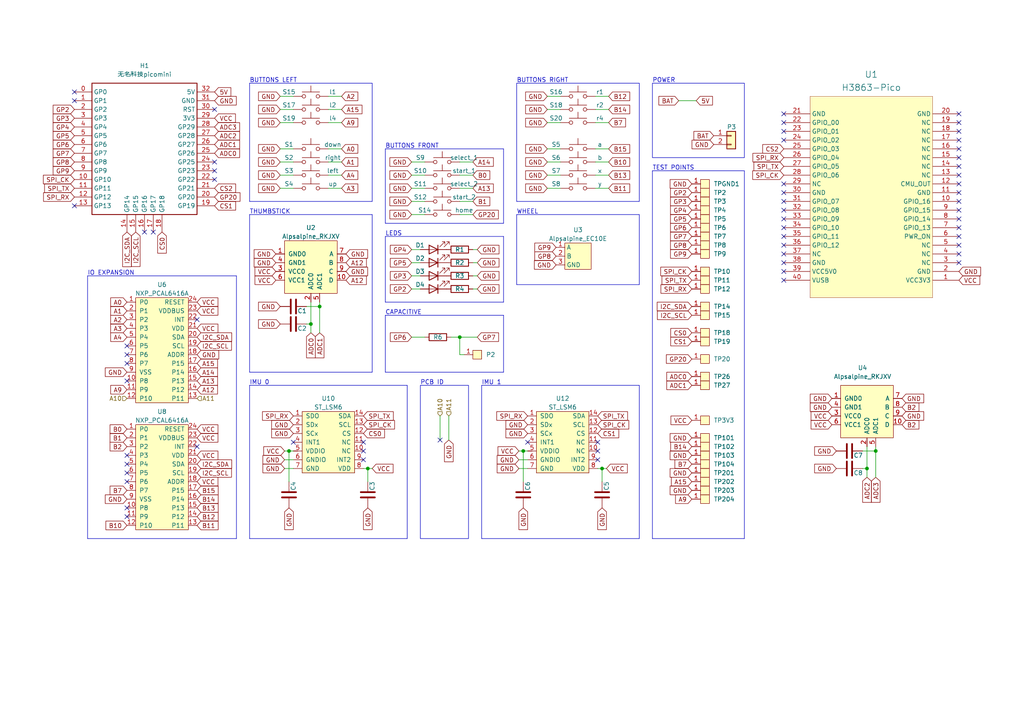
<source format=kicad_sch>
(kicad_sch (version 20231120) (generator "eeschema") (generator_version "8.0")
  (paper "A4")
  (title_block (title "Alpakka") (company "Input Labs Oy."))
  (lib_symbols
    (symbol "Connector_Generic:Conn_01x02" (pin_names (offset 1.016) hide)
      (property "Reference" "J" (at 0 2.54 0))
      (property "Value" "Conn_01x02" (at 0 -5.08 0))
      (symbol "Conn_01x02_1_1"
        (pin passive line (at -5.08 0 0) (length 3.81) (name "Pin_1") (number "1"))
        (pin passive line (at -5.08 -2.54 0) (length 3.81) (name "Pin_2") (number "2"))
      )
    )
    (symbol "Device:C" (pin_numbers hide) (pin_names (offset 0.254))
      (property "Reference" "C" (at 0.635 2.54 0))
      (property "Value" "C" (at 0.635 -2.54 0))
      (symbol "C_1_1"
        (pin passive line (at 0 3.81 270) (length 2.794) (name "~") (number "1"))
        (pin passive line (at 0 -3.81 90) (length 2.794) (name "~") (number "2"))
      )
    )
    (symbol "Device:LED" (pin_numbers hide) (pin_names (offset 1.016) hide)
      (property "Reference" "D" (at 0 2.54 0))
      (property "Value" "LED" (at 0 -2.54 0))
      (symbol "LED_1_1"
        (pin passive line (at -3.81 0 0) (length 2.54) (name "K") (number "1"))
        (pin passive line (at 3.81 0 180) (length 2.54) (name "A") (number "2"))
      )
    )
    (symbol "Device:R" (pin_numbers hide) (pin_names (offset 0))
      (property "Reference" "R" (at 2.032 0 90))
      (property "Value" "R" (at 0 0 90))
      (symbol "R_1_1"
        (pin passive line (at 0 3.81 270) (length 1.27) (name "~") (number "1"))
        (pin passive line (at 0 -3.81 90) (length 1.27) (name "~") (number "2"))
      )
    )
    (symbol "ILO_sym:Alpsalpine_EC10E"
      (property "Reference" "U" (at 0 7.62 0))
      (property "Value" "Alpsalpine_EC10E" (at 0 5.08 0))
      (symbol "Alpsalpine_EC10E_1_1"
        (pin input line (at -6.35 2.54 0) (length 2.54) (name "A") (number "1"))
        (pin input line (at -6.35 0 0) (length 2.54) (name "B") (number "2"))
        (pin input line (at -6.35 -2.54 0) (length 2.54) (name "GND") (number "3"))
      )
    )
    (symbol "ILO_sym:Alpsalpine_RKJXV" (pin_names (offset 1.016))
      (property "Reference" "U" (at 0 11.43 0))
      (property "Value" "Alpsalpine_RKJXV" (at 0 8.89 0))
      (symbol "Alpsalpine_RKJXV_1_1"
        (pin input line (at -10.16 3.81 0) (length 2.54) (name "GND0") (number "1"))
        (pin input line (at 10.16 -3.81 180) (length 2.54) (name "D") (number "10"))
        (pin output line (at 0 -10.16 90) (length 2.54) (name "ADC0") (number "2"))
        (pin input line (at -10.16 -1.27 0) (length 2.54) (name "VCC0") (number "3"))
        (pin input line (at -10.16 1.27 0) (length 2.54) (name "GND1") (number "4"))
        (pin output line (at 2.54 -10.16 90) (length 2.54) (name "ADC1") (number "5"))
        (pin input line (at -10.16 -3.81 0) (length 2.54) (name "VCC1") (number "6"))
        (pin input line (at 10.16 3.81 180) (length 2.54) (name "A") (number "7"))
        (pin input line (at 10.16 1.27 180) (length 2.54) (name "B") (number "8"))
        (pin input line (at 10.16 -1.27 180) (length 2.54) (name "C") (number "9"))
      )
    )
    (symbol "ILO_sym:Endpoint" (pin_names (offset 1.016))
      (property "Reference" "U" (at 0 3.81 0))
      (property "Value" "Endpoint" (at 0 2.54 0))
      (symbol "Endpoint_1_1"
        (pin input line (at -3.81 0 0) (length 2.54) (name "~") (number "1"))
      )
    )
    (symbol "ILO_sym:NXP_PCAL6416A" (pin_names (offset 1.016))
      (property "Reference" "U" (at 0 11.43 0))
      (property "Value" "NXP_PCAL6416A" (at 0 13.97 0))
      (symbol "NXP_PCAL6416A_1_1"
        (pin input line (at -10.16 8.89 0) (length 2.54) (name "P0") (number "1"))
        (pin input line (at -10.16 -13.97 0) (length 2.54) (name "P8") (number "10"))
        (pin input line (at -10.16 -16.51 0) (length 2.54) (name "P9") (number "11"))
        (pin input line (at -10.16 -19.05 0) (length 2.54) (name "P10") (number "12"))
        (pin input line (at 10.16 -19.05 180) (length 2.54) (name "P11") (number "13"))
        (pin input line (at 10.16 -16.51 180) (length 2.54) (name "P12") (number "14"))
        (pin input line (at 10.16 -13.97 180) (length 2.54) (name "P13") (number "15"))
        (pin input line (at 10.16 -11.43 180) (length 2.54) (name "P14") (number "16"))
        (pin input line (at 10.16 -8.89 180) (length 2.54) (name "P15") (number "17"))
        (pin input line (at 10.16 -6.35 180) (length 2.54) (name "ADDR") (number "18"))
        (pin input line (at 10.16 -3.81 180) (length 2.54) (name "SCL") (number "19"))
        (pin input line (at -10.16 6.35 0) (length 2.54) (name "P1") (number "2"))
        (pin input line (at 10.16 -1.27 180) (length 2.54) (name "SDA") (number "20"))
        (pin input line (at 10.16 1.27 180) (length 2.54) (name "VDD") (number "21"))
        (pin input line (at 10.16 3.81 180) (length 2.54) (name "INT") (number "22"))
        (pin input line (at 10.16 6.35 180) (length 2.54) (name "VDDBUS") (number "23"))
        (pin input line (at 10.16 8.89 180) (length 2.54) (name "RESET") (number "24"))
        (pin input line (at -10.16 3.81 0) (length 2.54) (name "P2") (number "3"))
        (pin input line (at -10.16 1.27 0) (length 2.54) (name "P3") (number "4"))
        (pin input line (at -10.16 -1.27 0) (length 2.54) (name "P4") (number "5"))
        (pin input line (at -10.16 -3.81 0) (length 2.54) (name "P5") (number "6"))
        (pin input line (at -10.16 -6.35 0) (length 2.54) (name "P6") (number "7"))
        (pin input line (at -10.16 -8.89 0) (length 2.54) (name "P7") (number "8"))
        (pin input line (at -10.16 -11.43 0) (length 2.54) (name "VSS") (number "9"))
      )
    )
    (symbol "ILO_sym:ST_LSM6" (pin_names (offset 1.016))
      (property "Reference" "U" (at 0 10.16 0))
      (property "Value" "ST_LSM6" (at 0 7.62 0))
      (symbol "ST_LSM6_1_1"
        (pin bidirectional line (at -10.16 3.81 0) (length 2.54) (name "SDO") (number "1"))
        (pin bidirectional line (at 10.16 -6.35 180) (length 2.54) (name "NC") (number "10"))
        (pin bidirectional line (at 10.16 -3.81 180) (length 2.54) (name "NC") (number "11"))
        (pin bidirectional line (at 10.16 -1.27 180) (length 2.54) (name "CS") (number "12"))
        (pin bidirectional line (at 10.16 1.27 180) (length 2.54) (name "SCL") (number "13"))
        (pin bidirectional line (at 10.16 3.81 180) (length 2.54) (name "SDA") (number "14"))
        (pin bidirectional line (at -10.16 1.27 0) (length 2.54) (name "SDx") (number "2"))
        (pin bidirectional line (at -10.16 -1.27 0) (length 2.54) (name "SCx") (number "3"))
        (pin bidirectional line (at -10.16 -3.81 0) (length 2.54) (name "INT1") (number "4"))
        (pin bidirectional line (at -10.16 -6.35 0) (length 2.54) (name "VDDIO") (number "5"))
        (pin bidirectional line (at -10.16 -8.89 0) (length 2.54) (name "GNDIO") (number "6"))
        (pin bidirectional line (at -10.16 -11.43 0) (length 2.54) (name "GND") (number "7"))
        (pin bidirectional line (at 10.16 -11.43 180) (length 2.54) (name "VDD") (number "8"))
        (pin bidirectional line (at 10.16 -8.89 180) (length 2.54) (name "INT2") (number "9"))
      )
    )
    (symbol "Longmao_sym:h3863_pico"
      (property "Reference" "U" (at -1.27 1.27 0))
      (property "Value" "H3863-Pico" (at -7.874 -31.242 0))
      (symbol "h3863_pico_1_0"
        (pin passive line (at 25.4 -22.86 180) (length 7.62) (name "VCC3V3") (number "1"))
        (pin passive line (at 25.4 0 180) (length 7.62) (name "GPIO_16") (number "10"))
        (pin passive line (at 25.4 2.54 180) (length 7.62) (name "GND") (number "11"))
        (pin passive line (at 25.4 5.08 180) (length 7.62) (name "CMU_OUT") (number "12"))
        (pin passive line (at 25.4 7.62 180) (length 7.62) (name "NC") (number "13"))
        (pin passive line (at 25.4 10.16 180) (length 7.62) (name "NC") (number "14"))
        (pin passive line (at 25.4 12.7 180) (length 7.62) (name "NC") (number "15"))
        (pin passive line (at 25.4 15.24 180) (length 7.62) (name "NC") (number "16"))
        (pin passive line (at 25.4 17.78 180) (length 7.62) (name "NC") (number "17"))
        (pin passive line (at 25.4 20.32 180) (length 7.62) (name "NC") (number "18"))
        (pin passive line (at 25.4 22.86 180) (length 7.62) (name "NC") (number "19"))
        (pin passive line (at 25.4 -20.32 180) (length 7.62) (name "GND") (number "2"))
        (pin passive line (at 25.4 25.4 180) (length 7.62) (name "GND") (number "20"))
        (pin passive line (at -25.4 25.4 0) (length 7.62) (name "GND") (number "21"))
        (pin passive line (at -25.4 22.86 0) (length 7.62) (name "GPIO_00") (number "22"))
        (pin passive line (at -25.4 20.32 0) (length 7.62) (name "GPIO_01") (number "23"))
        (pin passive line (at -25.4 17.78 0) (length 7.62) (name "GPIO_02") (number "24"))
        (pin passive line (at -25.4 15.24 0) (length 7.62) (name "GPIO_03") (number "25"))
        (pin passive line (at -25.4 12.7 0) (length 7.62) (name "GPIO_04") (number "26"))
        (pin passive line (at -25.4 10.16 0) (length 7.62) (name "GPIO_05") (number "27"))
        (pin passive line (at -25.4 7.62 0) (length 7.62) (name "GPIO_06") (number "28"))
        (pin passive line (at -25.4 5.08 0) (length 7.62) (name "NC") (number "29"))
        (pin passive line (at 25.4 -17.78 180) (length 7.62) (name "NC") (number "3"))
        (pin passive line (at -25.4 2.54 0) (length 7.62) (name "GND") (number "30"))
        (pin passive line (at -25.4 0 0) (length 7.62) (name "GPIO_07") (number "31"))
        (pin passive line (at -25.4 -2.54 0) (length 7.62) (name "GPIO_08") (number "32"))
        (pin passive line (at -25.4 -5.08 0) (length 7.62) (name "GPIO_09") (number "33"))
        (pin passive line (at -25.4 -7.62 0) (length 7.62) (name "GPIO_10") (number "34"))
        (pin passive line (at -25.4 -10.16 0) (length 7.62) (name "GPIO_11") (number "35"))
        (pin passive line (at -25.4 -12.7 0) (length 7.62) (name "GPIO_12") (number "36"))
        (pin passive line (at -25.4 -15.24 0) (length 7.62) (name "NC") (number "37"))
        (pin passive line (at -25.4 -17.78 0) (length 7.62) (name "GND") (number "38"))
        (pin passive line (at -25.4 -20.32 0) (length 7.62) (name "VCC5V0") (number "39"))
        (pin passive line (at 25.4 -15.24 180) (length 7.62) (name "NC") (number "4"))
        (pin passive line (at -25.4 -22.86 0) (length 7.62) (name "VUSB") (number "40"))
        (pin passive line (at 25.4 -12.7 180) (length 7.62) (name "NC") (number "5"))
        (pin passive line (at 25.4 -10.16 180) (length 7.62) (name "PWR_ON") (number "6"))
        (pin passive line (at 25.4 -7.62 180) (length 7.62) (name "GPIO_13") (number "7"))
        (pin passive line (at 25.4 -5.08 180) (length 7.62) (name "GPIO_14") (number "8"))
        (pin passive line (at 25.4 -2.54 180) (length 7.62) (name "GPIO_15") (number "9"))
      )
    )
    (symbol "Longmao_sym:无名科技picomini"
      (property "Reference" "H?" (at 0 0 0))
      (property "Value" "无名科技picomini" (at 0 0 0))
      (symbol "无名科技picomini_0_0"
        (pin unspecified line (at -17.78 40.64 0) (length 5.08) (name "GP0") (number "0"))
        (pin unspecified line (at -17.78 38.1 0) (length 5.08) (name "GP1") (number "1"))
        (pin unspecified line (at -17.78 15.24 0) (length 5.08) (name "GP10") (number "10"))
        (pin unspecified line (at -17.78 12.7 0) (length 5.08) (name "GP11") (number "11"))
        (pin unspecified line (at -17.78 10.16 0) (length 5.08) (name "GP12") (number "12"))
        (pin unspecified line (at -17.78 7.62 0) (length 5.08) (name "GP13") (number "13"))
        (pin unspecified line (at -2.54 0 90) (length 5.08) (name "GP14") (number "14"))
        (pin unspecified line (at 0 0 90) (length 5.08) (name "GP15") (number "15"))
        (pin unspecified line (at 2.54 0 90) (length 5.08) (name "GP16") (number "16"))
        (pin unspecified line (at 5.08 0 90) (length 5.08) (name "GP17") (number "17"))
        (pin unspecified line (at 7.62 0 90) (length 5.08) (name "GP18") (number "18"))
        (pin unspecified line (at 22.86 7.62 180) (length 5.08) (name "GP19") (number "19"))
        (pin unspecified line (at -17.78 35.56 0) (length 5.08) (name "GP2") (number "2"))
        (pin unspecified line (at 22.86 10.16 180) (length 5.08) (name "GP20") (number "20"))
        (pin unspecified line (at 22.86 12.7 180) (length 5.08) (name "GP21") (number "21"))
        (pin unspecified line (at 22.86 15.24 180) (length 5.08) (name "GP22") (number "22"))
        (pin unspecified line (at 22.86 17.78 180) (length 5.08) (name "GP23") (number "23"))
        (pin unspecified line (at 22.86 20.32 180) (length 5.08) (name "GP25") (number "24"))
        (pin unspecified line (at 22.86 22.86 180) (length 5.08) (name "GP26") (number "25"))
        (pin unspecified line (at 22.86 25.4 180) (length 5.08) (name "GP27") (number "26"))
        (pin unspecified line (at 22.86 27.94 180) (length 5.08) (name "GP28") (number "27"))
        (pin unspecified line (at 22.86 30.48 180) (length 5.08) (name "GP29") (number "28"))
        (pin unspecified line (at 22.86 33.02 180) (length 5.08) (name "3V3") (number "29"))
        (pin unspecified line (at -17.78 33.02 0) (length 5.08) (name "GP3") (number "3"))
        (pin unspecified line (at 22.86 35.56 180) (length 5.08) (name "RST") (number "30"))
        (pin unspecified line (at 22.86 38.1 180) (length 5.08) (name "GND") (number "31"))
        (pin unspecified line (at 22.86 40.64 180) (length 5.08) (name "5V") (number "32"))
        (pin unspecified line (at -17.78 30.48 0) (length 5.08) (name "GP4") (number "4"))
        (pin unspecified line (at -17.78 27.94 0) (length 5.08) (name "GP5") (number "5"))
        (pin unspecified line (at -17.78 25.4 0) (length 5.08) (name "GP6") (number "6"))
        (pin unspecified line (at -17.78 22.86 0) (length 5.08) (name "GP7") (number "7"))
        (pin unspecified line (at -17.78 20.32 0) (length 5.08) (name "GP8") (number "8"))
        (pin unspecified line (at -17.78 17.78 0) (length 5.08) (name "GP9") (number "9"))
      )
    )
    (symbol "Switch:SW_Push" (pin_numbers hide) (pin_names (offset 1.016) hide)
      (property "Reference" "SW" (at 1.27 2.54 0))
      (property "Value" "SW_Push" (at 0 -1.524 0))
      (symbol "SW_Push_0_1"
        (pin passive line (at -5.08 0 0) (length 2.54) (name "1") (number "1"))
        (pin passive line (at 5.08 0 180) (length 2.54) (name "2") (number "2"))
      )
    )
  )
  (junction (at 90.17 93.98))
  (junction (at 251.46 135.89))
  (junction (at 106.68 135.89))
  (junction (at 174.625 135.89))
  (junction (at 83.82 130.81))
  (junction (at 92.71 88.9))
  (junction (at 133.35 97.79))
  (junction (at 151.765 130.81))
  (junction (at 254 130.81))
  (no_connect (at 227.33 58.42))
  (no_connect (at 21.59 26.67))
  (no_connect (at 36.83 137.16))
  (no_connect (at 62.23 49.53))
  (no_connect (at 227.33 78.74))
  (no_connect (at 36.83 132.08))
  (no_connect (at 227.33 68.58))
  (no_connect (at 21.59 59.69))
  (no_connect (at 36.83 134.62))
  (no_connect (at 227.33 60.96))
  (no_connect (at 227.33 81.28))
  (no_connect (at 36.83 147.32))
  (no_connect (at 41.91 67.31))
  (no_connect (at 36.83 139.7))
  (no_connect (at 36.83 110.49))
  (no_connect (at 85.09 128.27))
  (no_connect (at 153.035 128.27))
  (no_connect (at 227.33 38.1))
  (no_connect (at 227.33 55.88))
  (no_connect (at 278.13 71.12))
  (no_connect (at 227.33 53.34))
  (no_connect (at 44.45 67.31))
  (no_connect (at 227.33 33.02))
  (no_connect (at 127.635 127.635))
  (no_connect (at 62.23 46.99))
  (no_connect (at 227.33 66.04))
  (no_connect (at 278.13 63.5))
  (no_connect (at 278.13 73.66))
  (no_connect (at 57.15 129.54))
  (no_connect (at 173.355 133.35))
  (no_connect (at 173.355 128.27))
  (no_connect (at 227.33 40.64))
  (no_connect (at 36.83 102.87))
  (no_connect (at 278.13 66.04))
  (no_connect (at 278.13 60.96))
  (no_connect (at 105.41 133.35))
  (no_connect (at 278.13 55.88))
  (no_connect (at 36.83 100.33))
  (no_connect (at 278.13 35.56))
  (no_connect (at 278.13 38.1))
  (no_connect (at 62.23 31.75))
  (no_connect (at 105.41 130.81))
  (no_connect (at 62.23 52.07))
  (no_connect (at 57.15 92.71))
  (no_connect (at 36.83 149.86))
  (no_connect (at 278.13 76.2))
  (no_connect (at 278.13 43.18))
  (no_connect (at 36.83 105.41))
  (no_connect (at 278.13 48.26))
  (no_connect (at 173.355 130.81))
  (no_connect (at 227.33 76.2))
  (no_connect (at 227.33 63.5))
  (no_connect (at 278.13 33.02))
  (no_connect (at 278.13 45.72))
  (no_connect (at 227.33 73.66))
  (no_connect (at 278.13 50.8))
  (no_connect (at 278.13 58.42))
  (no_connect (at 278.13 68.58))
  (no_connect (at 105.41 128.27))
  (no_connect (at 227.33 71.12))
  (no_connect (at 227.33 35.56))
  (no_connect (at 278.13 40.64))
  (no_connect (at 278.13 53.34))
  (no_connect (at 21.59 29.21))
  (wire (pts (xy 172.72 27.94) (xy 176.53 27.94)))
  (wire (pts (xy 82.55 133.35) (xy 85.09 133.35)))
  (polyline (pts (xy 111.76 68.58) (xy 146.05 68.58)))
  (polyline (pts (xy 72.39 111.76) (xy 118.11 111.76)))
  (polyline (pts (xy 111.76 87.63) (xy 146.05 87.63)))
  (wire (pts (xy 153.035 130.81) (xy 151.765 130.81)))
  (wire (pts (xy 158.75 50.8) (xy 162.56 50.8)))
  (wire (pts (xy 81.28 31.75) (xy 85.09 31.75)))
  (wire (pts (xy 83.82 130.81) (xy 82.55 130.81)))
  (wire (pts (xy 138.43 76.2) (xy 137.16 76.2)))
  (wire (pts (xy 81.28 46.99) (xy 85.09 46.99)))
  (wire (pts (xy 133.35 62.23) (xy 137.16 62.23)))
  (polyline (pts (xy 189.23 156.21) (xy 215.9 156.21)))
  (wire (pts (xy 250.19 130.81) (xy 254 130.81)))
  (wire (pts (xy 119.38 58.42) (xy 123.19 58.42)))
  (wire (pts (xy 254 130.81) (xy 254 138.43)))
  (wire (pts (xy 81.28 27.94) (xy 85.09 27.94)))
  (polyline (pts (xy 107.95 62.23) (xy 107.95 107.95)))
  (polyline (pts (xy 146.05 64.77) (xy 111.76 64.77)))
  (polyline (pts (xy 185.42 62.23) (xy 149.86 62.23)))
  (wire (pts (xy 172.72 46.99) (xy 176.53 46.99)))
  (wire (pts (xy 92.71 88.9) (xy 92.71 96.52)))
  (wire (pts (xy 95.25 35.56) (xy 99.06 35.56)))
  (polyline (pts (xy 118.11 111.76) (xy 118.11 156.21)))
  (wire (pts (xy 172.72 43.18) (xy 176.53 43.18)))
  (polyline (pts (xy 68.58 156.21) (xy 25.4 156.21)))
  (polyline (pts (xy 25.4 80.01) (xy 25.4 156.21)))
  (polyline (pts (xy 118.11 156.21) (xy 72.39 156.21)))
  (polyline (pts (xy 72.39 62.23) (xy 72.39 107.95)))
  (wire (pts (xy 254 129.54) (xy 254 130.81)))
  (wire (pts (xy 133.35 58.42) (xy 137.16 58.42)))
  (wire (pts (xy 88.9 88.9) (xy 92.71 88.9)))
  (wire (pts (xy 95.25 46.99) (xy 99.06 46.99)))
  (wire (pts (xy 90.17 87.63) (xy 90.17 93.98)))
  (wire (pts (xy 138.43 72.39) (xy 137.16 72.39)))
  (polyline (pts (xy 189.23 49.53) (xy 215.9 49.53)))
  (wire (pts (xy 130.81 97.79) (xy 133.35 97.79)))
  (wire (pts (xy 133.35 102.87) (xy 134.62 102.87)))
  (wire (pts (xy 127.635 120.65) (xy 127.635 127.635)))
  (polyline (pts (xy 107.95 58.42) (xy 107.95 24.13)))
  (wire (pts (xy 150.495 133.35) (xy 153.035 133.35)))
  (wire (pts (xy 85.09 130.81) (xy 83.82 130.81)))
  (wire (pts (xy 133.35 97.79) (xy 133.35 102.87)))
  (wire (pts (xy 174.625 135.89) (xy 174.625 139.7)))
  (wire (pts (xy 172.72 35.56) (xy 176.53 35.56)))
  (wire (pts (xy 105.41 135.89) (xy 106.68 135.89)))
  (wire (pts (xy 133.35 46.99) (xy 137.16 46.99)))
  (wire (pts (xy 174.625 135.89) (xy 175.895 135.89)))
  (polyline (pts (xy 111.76 107.95) (xy 146.05 107.95)))
  (wire (pts (xy 133.35 50.8) (xy 137.16 50.8)))
  (wire (pts (xy 158.75 31.75) (xy 162.56 31.75)))
  (polyline (pts (xy 185.42 82.55) (xy 185.42 62.23)))
  (wire (pts (xy 150.495 135.89) (xy 153.035 135.89)))
  (polyline (pts (xy 107.95 24.13) (xy 72.39 24.13)))
  (wire (pts (xy 158.75 35.56) (xy 162.56 35.56)))
  (wire (pts (xy 95.25 43.18) (xy 99.06 43.18)))
  (wire (pts (xy 251.46 135.89) (xy 250.19 135.89)))
  (wire (pts (xy 172.72 50.8) (xy 176.53 50.8)))
  (polyline (pts (xy 146.05 91.44) (xy 111.76 91.44)))
  (wire (pts (xy 95.25 54.61) (xy 99.06 54.61)))
  (wire (pts (xy 90.17 93.98) (xy 90.17 96.52)))
  (wire (pts (xy 119.38 80.01) (xy 121.92 80.01)))
  (wire (pts (xy 119.38 97.79) (xy 123.19 97.79)))
  (polyline (pts (xy 185.42 156.21) (xy 139.7 156.21)))
  (wire (pts (xy 119.38 62.23) (xy 123.19 62.23)))
  (wire (pts (xy 119.38 72.39) (xy 121.92 72.39)))
  (wire (pts (xy 133.35 54.61) (xy 137.16 54.61)))
  (polyline (pts (xy 25.4 80.01) (xy 68.58 80.01)))
  (wire (pts (xy 81.28 43.18) (xy 85.09 43.18)))
  (wire (pts (xy 251.46 135.89) (xy 251.46 138.43)))
  (wire (pts (xy 196.85 29.21) (xy 201.93 29.21)))
  (wire (pts (xy 81.28 54.61) (xy 85.09 54.61)))
  (wire (pts (xy 82.55 135.89) (xy 85.09 135.89)))
  (wire (pts (xy 119.38 46.99) (xy 123.19 46.99)))
  (polyline (pts (xy 185.42 24.13) (xy 149.86 24.13)))
  (polyline (pts (xy 139.7 111.76) (xy 139.7 156.21)))
  (polyline (pts (xy 149.86 24.13) (xy 149.86 58.42)))
  (wire (pts (xy 95.25 27.94) (xy 99.06 27.94)))
  (wire (pts (xy 106.68 135.89) (xy 107.95 135.89)))
  (polyline (pts (xy 149.86 82.55) (xy 185.42 82.55)))
  (wire (pts (xy 106.68 135.89) (xy 106.68 139.7)))
  (wire (pts (xy 251.46 129.54) (xy 251.46 135.89)))
  (wire (pts (xy 173.355 135.89) (xy 174.625 135.89)))
  (wire (pts (xy 158.75 46.99) (xy 162.56 46.99)))
  (wire (pts (xy 119.38 54.61) (xy 123.19 54.61)))
  (polyline (pts (xy 72.39 58.42) (xy 107.95 58.42)))
  (polyline (pts (xy 185.42 58.42) (xy 185.42 24.13)))
  (wire (pts (xy 119.38 50.8) (xy 123.19 50.8)))
  (wire (pts (xy 95.25 50.8) (xy 99.06 50.8)))
  (polyline (pts (xy 72.39 111.76) (xy 72.39 156.21)))
  (polyline (pts (xy 111.76 68.58) (xy 111.76 87.63)))
  (wire (pts (xy 81.28 50.8) (xy 85.09 50.8)))
  (wire (pts (xy 151.765 130.81) (xy 150.495 130.81)))
  (wire (pts (xy 158.75 54.61) (xy 162.56 54.61)))
  (wire (pts (xy 138.43 80.01) (xy 137.16 80.01)))
  (wire (pts (xy 81.28 35.56) (xy 85.09 35.56)))
  (polyline (pts (xy 111.76 91.44) (xy 111.76 107.95)))
  (polyline (pts (xy 146.05 107.95) (xy 146.05 91.44)))
  (wire (pts (xy 172.72 54.61) (xy 176.53 54.61)))
  (polyline (pts (xy 146.05 43.18) (xy 146.05 64.77)))
  (wire (pts (xy 158.75 27.94) (xy 162.56 27.94)))
  (polyline (pts (xy 149.86 62.23) (xy 149.86 82.55)))
  (wire (pts (xy 133.35 97.79) (xy 138.43 97.79)))
  (polyline (pts (xy 111.76 43.18) (xy 146.05 43.18)))
  (polyline (pts (xy 111.76 43.18) (xy 111.76 64.77)))
  (polyline (pts (xy 215.9 156.21) (xy 215.9 49.53)))
  (polyline (pts (xy 146.05 87.63) (xy 146.05 68.58)))
  (polyline (pts (xy 72.39 62.23) (xy 107.95 62.23)))
  (wire (pts (xy 130.175 120.65) (xy 130.175 127.635)))
  (wire (pts (xy 158.75 43.18) (xy 162.56 43.18)))
  (wire (pts (xy 119.38 76.2) (xy 121.92 76.2)))
  (wire (pts (xy 172.72 31.75) (xy 176.53 31.75)))
  (wire (pts (xy 95.25 31.75) (xy 99.06 31.75)))
  (polyline (pts (xy 68.58 80.01) (xy 68.58 156.21)))
  (polyline (pts (xy 72.39 24.13) (xy 72.39 58.42)))
  (wire (pts (xy 119.38 83.82) (xy 121.92 83.82)))
  (wire (pts (xy 151.765 139.7) (xy 151.765 130.81)))
  (polyline (pts (xy 189.23 49.53) (xy 189.23 156.21)))
  (polyline (pts (xy 185.42 111.76) (xy 185.42 156.21)))
  (wire (pts (xy 138.43 83.82) (xy 137.16 83.82)))
  (wire (pts (xy 92.71 87.63) (xy 92.71 88.9)))
  (wire (pts (xy 90.17 93.98) (xy 88.9 93.98)))
  (polyline (pts (xy 107.95 107.95) (xy 72.39 107.95)))
  (polyline (pts (xy 139.7 111.76) (xy 185.42 111.76)))
  (wire (pts (xy 83.82 139.7) (xy 83.82 130.81)))
  (polyline (pts (xy 149.86 58.42) (xy 185.42 58.42)))
  (rectangle (start 189.23 24.13) (end 215.9 45.72))
  (rectangle (start 121.92 111.76) (end 135.89 156.21))
  (text "WHEEL\n" (at 149.86 62.23 0) (effects (font (size 1.27 1.27)) (justify left bottom)))
  (text "THUMBSTICK" (at 72.39 62.23 0) (effects (font (size 1.27 1.27)) (justify left bottom)))
  (text "IMU 0" (at 72.39 111.76 0) (effects (font (size 1.27 1.27)) (justify left bottom)))
  (text "PCB ID" (at 121.92 111.76 0) (effects (font (size 1.27 1.27)) (justify left bottom)))
  (text "IMU 1" (at 139.7 111.76 0) (effects (font (size 1.27 1.27)) (justify left bottom)))
  (text "BUTTONS FRONT" (at 111.76 43.18 0) (effects (font (size 1.27 1.27)) (justify left bottom)))
  (text "TEST POINTS" (at 189.23 49.53 0) (effects (font (size 1.27 1.27)) (justify left bottom)))
  (text "CAPACITIVE" (at 111.76 91.44 0) (effects (font (size 1.27 1.27)) (justify left bottom)))
  (text "IO EXPANSION" (at 25.4 80.01 0) (effects (font (size 1.27 1.27)) (justify left bottom)))
  (text "LEDS" (at 111.76 68.58 0) (effects (font (size 1.27 1.27)) (justify left bottom)))
  (text "BUTTONS LEFT" (at 72.39 24.13 0) (effects (font (size 1.27 1.27)) (justify left bottom)))
  (text "BUTTONS RIGHT" (at 149.86 24.13 0) (effects (font (size 1.27 1.27)) (justify left bottom)))
  (text "POWER" (at 189.23 24.13 0) (effects (font (size 1.27 1.27)) (justify left bottom)))
  (global_label "B0" (shape input) (at 137.16 50.8 0) (property "Intersheetrefs" "${INTERSHEET_REFS}" (effects (hide yes))))
  (global_label "B2" (shape input) (at 261.62 123.19 0) (property "Intersheetrefs" "${INTERSHEET_REFS}" (effects (hide yes))))
  (global_label "I2C_SCL" (shape input) (at 57.15 100.33 0) (property "Intersheetrefs" "${INTERSHEET_REFS}" (effects (hide yes))))
  (global_label "VCC" (shape input) (at 82.55 130.81 180) (property "Intersheetrefs" "${INTERSHEET_REFS}" (effects (hide yes))))
  (global_label "B12" (shape input) (at 176.53 27.94 0) (property "Intersheetrefs" "${INTERSHEET_REFS}" (effects (hide yes))))
  (global_label "GND" (shape input) (at 200.66 127 180) (property "Intersheetrefs" "${INTERSHEET_REFS}" (effects (hide yes))))
  (global_label "GND" (shape input) (at 82.55 135.89 180) (property "Intersheetrefs" "${INTERSHEET_REFS}" (effects (hide yes))))
  (global_label "GND" (shape input) (at 241.3 118.11 180) (property "Intersheetrefs" "${INTERSHEET_REFS}" (effects (hide yes))))
  (global_label "GND" (shape input) (at 80.01 76.2 180) (property "Intersheetrefs" "${INTERSHEET_REFS}" (effects (hide yes))))
  (global_label "GND" (shape input) (at 100.33 73.66 0) (property "Intersheetrefs" "${INTERSHEET_REFS}" (effects (hide yes))))
  (global_label "B14" (shape input) (at 200.66 129.54 180) (property "Intersheetrefs" "${INTERSHEET_REFS}" (effects (hide yes))))
  (global_label "GND" (shape input) (at 200.66 53.34 180) (property "Intersheetrefs" "${INTERSHEET_REFS}" (effects (hide yes))))
  (global_label "SPI_RX" (shape input) (at 200.66 83.82 180) (property "Intersheetrefs" "${INTERSHEET_REFS}" (effects (hide yes))))
  (global_label "GND" (shape input) (at 200.66 142.24 180) (property "Intersheetrefs" "${INTERSHEET_REFS}" (effects (hide yes))))
  (global_label "BAT" (shape input) (at 207.01 39.37 180) (property "Intersheetrefs" "${INTERSHEET_REFS}" (effects (hide yes))))
  (global_label "I2C_SCL" (shape input) (at 39.37 67.31 270) (property "Intersheetrefs" "${INTERSHEET_REFS}" (effects (hide yes))))
  (global_label "A15" (shape input) (at 57.15 105.41 0) (property "Intersheetrefs" "${INTERSHEET_REFS}" (effects (hide yes))))
  (global_label "A14" (shape input) (at 57.15 107.95 0) (property "Intersheetrefs" "${INTERSHEET_REFS}" (effects (hide yes))))
  (global_label "ADC0" (shape input) (at 200.66 109.22 180) (property "Intersheetrefs" "${INTERSHEET_REFS}" (effects (hide yes))))
  (global_label "GND" (shape input) (at 158.75 27.94 180) (property "Intersheetrefs" "${INTERSHEET_REFS}" (effects (hide yes))))
  (global_label "GP6" (shape input) (at 200.66 66.04 180) (property "Intersheetrefs" "${INTERSHEET_REFS}" (effects (hide yes))))
  (global_label "VCC" (shape input) (at 175.895 135.89 0) (property "Intersheetrefs" "${INTERSHEET_REFS}" (effects (hide yes))))
  (global_label "I2C_SDA" (shape input) (at 57.15 134.62 0) (property "Intersheetrefs" "${INTERSHEET_REFS}" (effects (hide yes))))
  (global_label "GND" (shape input) (at 138.43 72.39 0) (property "Intersheetrefs" "${INTERSHEET_REFS}" (effects (hide yes))))
  (global_label "A4" (shape input) (at 99.06 50.8 0) (property "Intersheetrefs" "${INTERSHEET_REFS}" (effects (hide yes))))
  (global_label "SPI_RX" (shape input) (at 153.035 120.65 180) (property "Intersheetrefs" "${INTERSHEET_REFS}" (effects (hide yes))))
  (global_label "A4" (shape input) (at 36.83 97.79 180) (property "Intersheetrefs" "${INTERSHEET_REFS}" (effects (hide yes))))
  (global_label "VCC" (shape input) (at 57.15 132.08 0) (property "Intersheetrefs" "${INTERSHEET_REFS}" (effects (hide yes))))
  (global_label "GND" (shape input) (at 119.38 46.99 180) (property "Intersheetrefs" "${INTERSHEET_REFS}" (effects (hide yes))))
  (global_label "GND" (shape input) (at 119.38 62.23 180) (property "Intersheetrefs" "${INTERSHEET_REFS}" (effects (hide yes))))
  (global_label "SPI_CK" (shape input) (at 105.41 123.19 0) (property "Intersheetrefs" "${INTERSHEET_REFS}" (effects (hide yes))))
  (global_label "GND" (shape input) (at 278.13 78.74 0) (property "Intersheetrefs" "${INTERSHEET_REFS}" (effects (hide yes))))
  (global_label "GP8" (shape input) (at 200.66 71.12 180) (property "Intersheetrefs" "${INTERSHEET_REFS}" (effects (hide yes))))
  (global_label "GND" (shape input) (at 80.01 73.66 180) (property "Intersheetrefs" "${INTERSHEET_REFS}" (effects (hide yes))))
  (global_label "A9" (shape input) (at 200.66 144.78 180) (property "Intersheetrefs" "${INTERSHEET_REFS}" (effects (hide yes))))
  (global_label "5V" (shape input) (at 201.93 29.21 0) (property "Intersheetrefs" "${INTERSHEET_REFS}" (effects (hide yes))))
  (global_label "I2C_SDA" (shape input) (at 57.15 97.79 0) (property "Intersheetrefs" "${INTERSHEET_REFS}" (effects (hide yes))))
  (global_label "GND" (shape input) (at 150.495 135.89 180) (property "Intersheetrefs" "${INTERSHEET_REFS}" (effects (hide yes))))
  (global_label "GP3" (shape input) (at 200.66 58.42 180) (property "Intersheetrefs" "${INTERSHEET_REFS}" (effects (hide yes))))
  (global_label "GND" (shape input) (at 100.33 78.74 0) (property "Intersheetrefs" "${INTERSHEET_REFS}" (effects (hide yes))))
  (global_label "VCC" (shape input) (at 57.15 139.7 0) (property "Intersheetrefs" "${INTERSHEET_REFS}" (effects (hide yes))))
  (global_label "ADC3" (shape input) (at 254 138.43 270) (property "Intersheetrefs" "${INTERSHEET_REFS}" (effects (hide yes))))
  (global_label "B11" (shape input) (at 57.15 152.4 0) (property "Intersheetrefs" "${INTERSHEET_REFS}" (effects (hide yes))))
  (global_label "VCC" (shape input) (at 57.15 90.17 0) (property "Intersheetrefs" "${INTERSHEET_REFS}" (effects (hide yes))))
  (global_label "GND" (shape input) (at 81.28 31.75 180) (property "Intersheetrefs" "${INTERSHEET_REFS}" (effects (hide yes))))
  (global_label "GND" (shape input) (at 241.3 115.57 180) (property "Intersheetrefs" "${INTERSHEET_REFS}" (effects (hide yes))))
  (global_label "B1" (shape input) (at 137.16 58.42 0) (property "Intersheetrefs" "${INTERSHEET_REFS}" (effects (hide yes))))
  (global_label "GP2" (shape input) (at 119.38 83.82 180) (property "Intersheetrefs" "${INTERSHEET_REFS}" (effects (hide yes))))
  (global_label "SPI_RX" (shape input) (at 85.09 120.65 180) (property "Intersheetrefs" "${INTERSHEET_REFS}" (effects (hide yes))))
  (global_label "A9" (shape input) (at 36.83 113.03 180) (property "Intersheetrefs" "${INTERSHEET_REFS}" (effects (hide yes))))
  (global_label "A2" (shape input) (at 36.83 92.71 180) (property "Intersheetrefs" "${INTERSHEET_REFS}" (effects (hide yes))))
  (global_label "GP9" (shape input) (at 21.59 49.53 180) (property "Intersheetrefs" "${INTERSHEET_REFS}" (effects (hide yes))))
  (global_label "GND" (shape input) (at 119.38 50.8 180) (property "Intersheetrefs" "${INTERSHEET_REFS}" (effects (hide yes))))
  (global_label "GND" (shape input) (at 81.28 27.94 180) (property "Intersheetrefs" "${INTERSHEET_REFS}" (effects (hide yes))))
  (global_label "VCC" (shape input) (at 150.495 130.81 180) (property "Intersheetrefs" "${INTERSHEET_REFS}" (effects (hide yes))))
  (global_label "BAT" (shape input) (at 196.85 29.21 180) (property "Intersheetrefs" "${INTERSHEET_REFS}" (effects (hide yes))))
  (global_label "GND" (shape input) (at 138.43 83.82 0) (property "Intersheetrefs" "${INTERSHEET_REFS}" (effects (hide yes))))
  (global_label "A1" (shape input) (at 36.83 90.17 180) (property "Intersheetrefs" "${INTERSHEET_REFS}" (effects (hide yes))))
  (global_label "VCC" (shape input) (at 278.13 81.28 0) (property "Intersheetrefs" "${INTERSHEET_REFS}" (effects (hide yes))))
  (global_label "GP20" (shape input) (at 137.16 62.23 0) (property "Intersheetrefs" "${INTERSHEET_REFS}" (effects (hide yes))))
  (global_label "GP3" (shape input) (at 21.59 34.29 180) (property "Intersheetrefs" "${INTERSHEET_REFS}" (effects (hide yes))))
  (global_label "GP6" (shape input) (at 119.38 97.79 180) (property "Intersheetrefs" "${INTERSHEET_REFS}" (effects (hide yes))))
  (global_label "I2C_SDA" (shape input) (at 36.83 67.31 270) (property "Intersheetrefs" "${INTERSHEET_REFS}" (effects (hide yes))))
  (global_label "GND" (shape input) (at 85.09 123.19 180) (property "Intersheetrefs" "${INTERSHEET_REFS}" (effects (hide yes))))
  (global_label "GND" (shape input) (at 158.75 35.56 180) (property "Intersheetrefs" "${INTERSHEET_REFS}" (effects (hide yes))))
  (global_label "GP8" (shape input) (at 161.29 74.295 180) (property "Intersheetrefs" "${INTERSHEET_REFS}" (effects (hide yes))))
  (global_label "SPI_CK" (shape input) (at 227.33 50.8 180) (property "Intersheetrefs" "${INTERSHEET_REFS}" (effects (hide yes))))
  (global_label "GND" (shape input) (at 242.57 130.81 180) (property "Intersheetrefs" "${INTERSHEET_REFS}" (effects (hide yes))))
  (global_label "SPI_TX" (shape input) (at 227.33 48.26 180) (property "Intersheetrefs" "${INTERSHEET_REFS}" (effects (hide yes))))
  (global_label "B2" (shape input) (at 36.83 129.54 180) (property "Intersheetrefs" "${INTERSHEET_REFS}" (effects (hide yes))))
  (global_label "GP4" (shape input) (at 119.38 72.39 180) (property "Intersheetrefs" "${INTERSHEET_REFS}" (effects (hide yes))))
  (global_label "B2" (shape input) (at 261.62 118.11 0) (property "Intersheetrefs" "${INTERSHEET_REFS}" (effects (hide yes))))
  (global_label "VCC" (shape input) (at 241.3 120.65 180) (property "Intersheetrefs" "${INTERSHEET_REFS}" (effects (hide yes))))
  (global_label "B11" (shape input) (at 176.53 54.61 0) (property "Intersheetrefs" "${INTERSHEET_REFS}" (effects (hide yes))))
  (global_label "GND" (shape input) (at 153.035 123.19 180) (property "Intersheetrefs" "${INTERSHEET_REFS}" (effects (hide yes))))
  (global_label "SPI_CK" (shape input) (at 173.355 123.19 0) (property "Intersheetrefs" "${INTERSHEET_REFS}" (effects (hide yes))))
  (global_label "GND" (shape input) (at 261.62 120.65 0) (property "Intersheetrefs" "${INTERSHEET_REFS}" (effects (hide yes))))
  (global_label "CS0" (shape input) (at 105.41 125.73 0) (property "Intersheetrefs" "${INTERSHEET_REFS}" (effects (hide yes))))
  (global_label "B15" (shape input) (at 57.15 142.24 0) (property "Intersheetrefs" "${INTERSHEET_REFS}" (effects (hide yes))))
  (global_label "GP7" (shape input) (at 138.43 97.79 0) (property "Intersheetrefs" "${INTERSHEET_REFS}" (effects (hide yes))))
  (global_label "VCC" (shape input) (at 57.15 127 0) (property "Intersheetrefs" "${INTERSHEET_REFS}" (effects (hide yes))))
  (global_label "GP9" (shape input) (at 200.66 73.66 180) (property "Intersheetrefs" "${INTERSHEET_REFS}" (effects (hide yes))))
  (global_label "A13" (shape input) (at 137.16 54.61 0) (property "Intersheetrefs" "${INTERSHEET_REFS}" (effects (hide yes))))
  (global_label "A0" (shape input) (at 99.06 43.18 0) (property "Intersheetrefs" "${INTERSHEET_REFS}" (effects (hide yes))))
  (global_label "GND" (shape input) (at 200.66 137.16 180) (property "Intersheetrefs" "${INTERSHEET_REFS}" (effects (hide yes))))
  (global_label "A3" (shape input) (at 36.83 95.25 180) (property "Intersheetrefs" "${INTERSHEET_REFS}" (effects (hide yes))))
  (global_label "GND" (shape input) (at 106.68 147.32 270) (property "Intersheetrefs" "${INTERSHEET_REFS}" (effects (hide yes))))
  (global_label "GND" (shape input) (at 81.28 43.18 180) (property "Intersheetrefs" "${INTERSHEET_REFS}" (effects (hide yes))))
  (global_label "GP3" (shape input) (at 119.38 80.01 180) (property "Intersheetrefs" "${INTERSHEET_REFS}" (effects (hide yes))))
  (global_label "GND" (shape input) (at 81.28 35.56 180) (property "Intersheetrefs" "${INTERSHEET_REFS}" (effects (hide yes))))
  (global_label "GND" (shape input) (at 57.15 102.87 0) (property "Intersheetrefs" "${INTERSHEET_REFS}" (effects (hide yes))))
  (global_label "CS0" (shape input) (at 200.66 96.52 180) (property "Intersheetrefs" "${INTERSHEET_REFS}" (effects (hide yes))))
  (global_label "GND" (shape input) (at 81.28 93.98 180) (property "Intersheetrefs" "${INTERSHEET_REFS}" (effects (hide yes))))
  (global_label "A2" (shape input) (at 99.06 27.94 0) (property "Intersheetrefs" "${INTERSHEET_REFS}" (effects (hide yes))))
  (global_label "VCC" (shape input) (at 80.01 81.28 180) (property "Intersheetrefs" "${INTERSHEET_REFS}" (effects (hide yes))))
  (global_label "B0" (shape input) (at 36.83 124.46 180) (property "Intersheetrefs" "${INTERSHEET_REFS}" (effects (hide yes))))
  (global_label "GP2" (shape input) (at 200.66 55.88 180) (property "Intersheetrefs" "${INTERSHEET_REFS}" (effects (hide yes))))
  (global_label "VCC" (shape input) (at 200.66 121.92 180) (property "Intersheetrefs" "${INTERSHEET_REFS}" (effects (hide yes))))
  (global_label "A14" (shape input) (at 137.16 46.99 0) (property "Intersheetrefs" "${INTERSHEET_REFS}" (effects (hide yes))))
  (global_label "SPI_TX" (shape input) (at 21.59 54.61 180) (property "Intersheetrefs" "${INTERSHEET_REFS}" (effects (hide yes))))
  (global_label "ADC0" (shape input) (at 90.17 96.52 270) (property "Intersheetrefs" "${INTERSHEET_REFS}" (effects (hide yes))))
  (global_label "GND" (shape input) (at 83.82 147.32 270) (property "Intersheetrefs" "${INTERSHEET_REFS}" (effects (hide yes))))
  (global_label "A12" (shape input) (at 100.33 76.2 0) (property "Intersheetrefs" "${INTERSHEET_REFS}" (effects (hide yes))))
  (global_label "SPI_TX" (shape input) (at 105.41 120.65 0) (property "Intersheetrefs" "${INTERSHEET_REFS}" (effects (hide yes))))
  (global_label "GND" (shape input) (at 151.765 147.32 270) (property "Intersheetrefs" "${INTERSHEET_REFS}" (effects (hide yes))))
  (global_label "B10" (shape input) (at 176.53 46.99 0) (property "Intersheetrefs" "${INTERSHEET_REFS}" (effects (hide yes))))
  (global_label "VCC" (shape input) (at 241.3 123.19 180) (property "Intersheetrefs" "${INTERSHEET_REFS}" (effects (hide yes))))
  (global_label "GP8" (shape input) (at 21.59 46.99 180) (property "Intersheetrefs" "${INTERSHEET_REFS}" (effects (hide yes))))
  (global_label "A9" (shape input) (at 99.06 35.56 0) (property "Intersheetrefs" "${INTERSHEET_REFS}" (effects (hide yes))))
  (global_label "GND" (shape input) (at 158.75 46.99 180) (property "Intersheetrefs" "${INTERSHEET_REFS}" (effects (hide yes))))
  (global_label "ADC0" (shape input) (at 62.23 44.45 0) (property "Intersheetrefs" "${INTERSHEET_REFS}" (effects (hide yes))))
  (global_label "CS1" (shape input) (at 62.23 59.69 0) (property "Intersheetrefs" "${INTERSHEET_REFS}" (effects (hide yes))))
  (global_label "I2C_SCL" (shape input) (at 57.15 137.16 0) (property "Intersheetrefs" "${INTERSHEET_REFS}" (effects (hide yes))))
  (global_label "GP4" (shape input) (at 200.66 60.96 180) (property "Intersheetrefs" "${INTERSHEET_REFS}" (effects (hide yes))))
  (global_label "SPI_TX" (shape input) (at 173.355 120.65 0) (property "Intersheetrefs" "${INTERSHEET_REFS}" (effects (hide yes))))
  (global_label "A3" (shape input) (at 99.06 54.61 0) (property "Intersheetrefs" "${INTERSHEET_REFS}" (effects (hide yes))))
  (global_label "CS2" (shape input) (at 62.23 54.61 0) (property "Intersheetrefs" "${INTERSHEET_REFS}" (effects (hide yes))))
  (global_label "GND" (shape input) (at 138.43 76.2 0) (property "Intersheetrefs" "${INTERSHEET_REFS}" (effects (hide yes))))
  (global_label "SPI_RX" (shape input) (at 227.33 45.72 180) (property "Intersheetrefs" "${INTERSHEET_REFS}" (effects (hide yes))))
  (global_label "GND" (shape input) (at 150.495 133.35 180) (property "Intersheetrefs" "${INTERSHEET_REFS}" (effects (hide yes))))
  (global_label "GND" (shape input) (at 158.75 50.8 180) (property "Intersheetrefs" "${INTERSHEET_REFS}" (effects (hide yes))))
  (global_label "GP5" (shape input) (at 200.66 63.5 180) (property "Intersheetrefs" "${INTERSHEET_REFS}" (effects (hide yes))))
  (global_label "GND" (shape input) (at 200.66 132.08 180) (property "Intersheetrefs" "${INTERSHEET_REFS}" (effects (hide yes))))
  (global_label "GND" (shape input) (at 242.57 135.89 180) (property "Intersheetrefs" "${INTERSHEET_REFS}" (effects (hide yes))))
  (global_label "B10" (shape input) (at 36.83 152.4 180) (property "Intersheetrefs" "${INTERSHEET_REFS}" (effects (hide yes))))
  (global_label "CS1" (shape input) (at 173.355 125.73 0) (property "Intersheetrefs" "${INTERSHEET_REFS}" (effects (hide yes))))
  (global_label "GND" (shape input) (at 158.75 31.75 180) (property "Intersheetrefs" "${INTERSHEET_REFS}" (effects (hide yes))))
  (global_label "ADC1" (shape input) (at 200.66 111.76 180) (property "Intersheetrefs" "${INTERSHEET_REFS}" (effects (hide yes))))
  (global_label "GND" (shape input) (at 82.55 133.35 180) (property "Intersheetrefs" "${INTERSHEET_REFS}" (effects (hide yes))))
  (global_label "GND" (shape input) (at 81.28 88.9 180) (property "Intersheetrefs" "${INTERSHEET_REFS}" (effects (hide yes))))
  (global_label "B7" (shape input) (at 176.53 35.56 0) (property "Intersheetrefs" "${INTERSHEET_REFS}" (effects (hide yes))))
  (global_label "GP7" (shape input) (at 200.66 68.58 180) (property "Intersheetrefs" "${INTERSHEET_REFS}" (effects (hide yes))))
  (global_label "GND" (shape input) (at 36.83 144.78 180) (property "Intersheetrefs" "${INTERSHEET_REFS}" (effects (hide yes))))
  (global_label "B14" (shape input) (at 57.15 144.78 0) (property "Intersheetrefs" "${INTERSHEET_REFS}" (effects (hide yes))))
  (global_label "B12" (shape input) (at 57.15 149.86 0) (property "Intersheetrefs" "${INTERSHEET_REFS}" (effects (hide yes))))
  (global_label "B13" (shape input) (at 176.53 50.8 0) (property "Intersheetrefs" "${INTERSHEET_REFS}" (effects (hide yes))))
  (global_label "GND" (shape input) (at 261.62 115.57 0) (property "Intersheetrefs" "${INTERSHEET_REFS}" (effects (hide yes))))
  (global_label "GND" (shape input) (at 81.28 50.8 180) (property "Intersheetrefs" "${INTERSHEET_REFS}" (effects (hide yes))))
  (global_label "GND" (shape input) (at 207.01 41.91 180) (property "Intersheetrefs" "${INTERSHEET_REFS}" (effects (hide yes))))
  (global_label "SPI_CK" (shape input) (at 200.66 78.74 180) (property "Intersheetrefs" "${INTERSHEET_REFS}" (effects (hide yes))))
  (global_label "A0" (shape input) (at 36.83 87.63 180) (property "Intersheetrefs" "${INTERSHEET_REFS}" (effects (hide yes))))
  (global_label "B1" (shape input) (at 36.83 127 180) (property "Intersheetrefs" "${INTERSHEET_REFS}" (effects (hide yes))))
  (global_label "ADC3" (shape input) (at 62.23 36.83 0) (property "Intersheetrefs" "${INTERSHEET_REFS}" (effects (hide yes))))
  (global_label "ADC2" (shape input) (at 251.46 138.43 270) (property "Intersheetrefs" "${INTERSHEET_REFS}" (effects (hide yes))))
  (global_label "GP5" (shape input) (at 21.59 39.37 180) (property "Intersheetrefs" "${INTERSHEET_REFS}" (effects (hide yes))))
  (global_label "CS2" (shape input) (at 227.33 43.18 180) (property "Intersheetrefs" "${INTERSHEET_REFS}" (effects (hide yes))))
  (global_label "VCC" (shape input) (at 57.15 87.63 0) (property "Intersheetrefs" "${INTERSHEET_REFS}" (effects (hide yes))))
  (global_label "VCC" (shape input) (at 107.95 135.89 0) (property "Intersheetrefs" "${INTERSHEET_REFS}" (effects (hide yes))))
  (global_label "B15" (shape input) (at 176.53 43.18 0) (property "Intersheetrefs" "${INTERSHEET_REFS}" (effects (hide yes))))
  (global_label "GP20" (shape input) (at 200.66 104.14 180) (property "Intersheetrefs" "${INTERSHEET_REFS}" (effects (hide yes))))
  (global_label "VCC" (shape input) (at 57.15 124.46 0) (property "Intersheetrefs" "${INTERSHEET_REFS}" (effects (hide yes))))
  (global_label "GND" (shape input) (at 138.43 80.01 0) (property "Intersheetrefs" "${INTERSHEET_REFS}" (effects (hide yes))))
  (global_label "GND" (shape input) (at 119.38 54.61 180) (property "Intersheetrefs" "${INTERSHEET_REFS}" (effects (hide yes))))
  (global_label "A12" (shape input) (at 57.15 113.03 0) (property "Intersheetrefs" "${INTERSHEET_REFS}" (effects (hide yes))))
  (global_label "GND" (shape input) (at 153.035 125.73 180) (property "Intersheetrefs" "${INTERSHEET_REFS}" (effects (hide yes))))
  (global_label "GND" (shape input) (at 158.75 54.61 180) (property "Intersheetrefs" "${INTERSHEET_REFS}" (effects (hide yes))))
  (global_label "GND" (shape input) (at 81.28 54.61 180) (property "Intersheetrefs" "${INTERSHEET_REFS}" (effects (hide yes))))
  (global_label "I2C_SDA" (shape input) (at 200.66 88.9 180) (property "Intersheetrefs" "${INTERSHEET_REFS}" (effects (hide yes))))
  (global_label "GND" (shape input) (at 119.38 58.42 180) (property "Intersheetrefs" "${INTERSHEET_REFS}" (effects (hide yes))))
  (global_label "GND" (shape input) (at 85.09 125.73 180) (property "Intersheetrefs" "${INTERSHEET_REFS}" (effects (hide yes))))
  (global_label "GP7" (shape input) (at 21.59 44.45 180) (property "Intersheetrefs" "${INTERSHEET_REFS}" (effects (hide yes))))
  (global_label "GP9" (shape input) (at 161.29 71.755 180) (property "Intersheetrefs" "${INTERSHEET_REFS}" (effects (hide yes))))
  (global_label "CS0" (shape input) (at 46.99 67.31 270) (property "Intersheetrefs" "${INTERSHEET_REFS}" (effects (hide yes))))
  (global_label "SPI_CK" (shape input) (at 21.59 52.07 180) (property "Intersheetrefs" "${INTERSHEET_REFS}" (effects (hide yes))))
  (global_label "GP2" (shape input) (at 21.59 31.75 180) (property "Intersheetrefs" "${INTERSHEET_REFS}" (effects (hide yes))))
  (global_label "A15" (shape input) (at 200.66 139.7 180) (property "Intersheetrefs" "${INTERSHEET_REFS}" (effects (hide yes))))
  (global_label "CS1" (shape input) (at 200.66 99.06 180) (property "Intersheetrefs" "${INTERSHEET_REFS}" (effects (hide yes))))
  (global_label "VCC" (shape input) (at 80.01 78.74 180) (property "Intersheetrefs" "${INTERSHEET_REFS}" (effects (hide yes))))
  (global_label "GP4" (shape input) (at 21.59 36.83 180) (property "Intersheetrefs" "${INTERSHEET_REFS}" (effects (hide yes))))
  (global_label "GP5" (shape input) (at 119.38 76.2 180) (property "Intersheetrefs" "${INTERSHEET_REFS}" (effects (hide yes))))
  (global_label "GND" (shape input) (at 158.75 43.18 180) (property "Intersheetrefs" "${INTERSHEET_REFS}" (effects (hide yes))))
  (global_label "GND" (shape input) (at 174.625 147.32 270) (property "Intersheetrefs" "${INTERSHEET_REFS}" (effects (hide yes))))
  (global_label "B14" (shape input) (at 176.53 31.75 0) (property "Intersheetrefs" "${INTERSHEET_REFS}" (effects (hide yes))))
  (global_label "ADC1" (shape input) (at 62.23 41.91 0) (property "Intersheetrefs" "${INTERSHEET_REFS}" (effects (hide yes))))
  (global_label "B7" (shape input) (at 200.66 134.62 180) (property "Intersheetrefs" "${INTERSHEET_REFS}" (effects (hide yes))))
  (global_label "5V" (shape input) (at 62.23 26.67 0) (property "Intersheetrefs" "${INTERSHEET_REFS}" (effects (hide yes))))
  (global_label "SPI_TX" (shape input) (at 200.66 81.28 180) (property "Intersheetrefs" "${INTERSHEET_REFS}" (effects (hide yes))))
  (global_label "ADC1" (shape input) (at 92.71 96.52 270) (property "Intersheetrefs" "${INTERSHEET_REFS}" (effects (hide yes))))
  (global_label "B13" (shape input) (at 57.15 147.32 0) (property "Intersheetrefs" "${INTERSHEET_REFS}" (effects (hide yes))))
  (global_label "GND" (shape input) (at 81.28 46.99 180) (property "Intersheetrefs" "${INTERSHEET_REFS}" (effects (hide yes))))
  (global_label "VCC" (shape input) (at 62.23 34.29 0) (property "Intersheetrefs" "${INTERSHEET_REFS}" (effects (hide yes))))
  (global_label "ADC2" (shape input) (at 62.23 39.37 0) (property "Intersheetrefs" "${INTERSHEET_REFS}" (effects (hide yes))))
  (global_label "SPI_RX" (shape input) (at 21.59 57.15 180) (property "Intersheetrefs" "${INTERSHEET_REFS}" (effects (hide yes))))
  (global_label "A1" (shape input) (at 99.06 46.99 0) (property "Intersheetrefs" "${INTERSHEET_REFS}" (effects (hide yes))))
  (global_label "B7" (shape input) (at 36.83 142.24 180) (property "Intersheetrefs" "${INTERSHEET_REFS}" (effects (hide yes))))
  (global_label "VCC" (shape input) (at 57.15 95.25 0) (property "Intersheetrefs" "${INTERSHEET_REFS}" (effects (hide yes))))
  (global_label "I2C_SCL" (shape input) (at 200.66 91.44 180) (property "Intersheetrefs" "${INTERSHEET_REFS}" (effects (hide yes))))
  (global_label "GND" (shape input) (at 36.83 107.95 180) (property "Intersheetrefs" "${INTERSHEET_REFS}" (effects (hide yes))))
  (global_label "GND" (shape input) (at 62.23 29.21 0) (property "Intersheetrefs" "${INTERSHEET_REFS}" (effects (hide yes))))
  (global_label "GND" (shape input) (at 130.175 127.635 270) (property "Intersheetrefs" "${INTERSHEET_REFS}" (effects (hide yes))))
  (global_label "GP20" (shape input) (at 62.23 57.15 0) (property "Intersheetrefs" "${INTERSHEET_REFS}" (effects (hide yes))))
  (global_label "GND" (shape input) (at 161.29 76.835 180) (property "Intersheetrefs" "${INTERSHEET_REFS}" (effects (hide yes))))
  (global_label "A13" (shape input) (at 57.15 110.49 0) (property "Intersheetrefs" "${INTERSHEET_REFS}" (effects (hide yes))))
  (global_label "GP6" (shape input) (at 21.59 41.91 180) (property "Intersheetrefs" "${INTERSHEET_REFS}" (effects (hide yes))))
  (global_label "A12" (shape input) (at 100.33 81.28 0) (property "Intersheetrefs" "${INTERSHEET_REFS}" (effects (hide yes))))
  (global_label "A15" (shape input) (at 99.06 31.75 0) (property "Intersheetrefs" "${INTERSHEET_REFS}" (effects (hide yes))))
  (hierarchical_label "A11" (shape input) (at 130.175 120.65 90))
  (hierarchical_label "A11" (shape input) (at 57.15 115.57 0))
  (hierarchical_label "A10" (shape input) (at 36.83 115.57 180))
  (hierarchical_label "A10" (shape input) (at 127.635 120.65 90))
  (symbol (lib_id "Switch:SW_Push") (at 90.17 27.94 0) (unit 1)
    (property "Reference" "S15" (at 83.82 26.67 0))
    (property "Value" "l1" (at 96.52 26.67 0))
    (property "Footprint" "ILO_fp:Alpsalpine_SKHHL" (effects (hide yes)))
    (property "Group" "Button forward" (effects (hide yes)))
    (property "LCSC" "C125031" (effects (hide yes)))
    (property "Mount" "TH" (effects (hide yes)))
  )
  (symbol (lib_id "Switch:SW_Push") (at 167.64 27.94 0) (unit 1)
    (property "Reference" "S16" (at 161.29 26.67 0))
    (property "Value" "r1" (at 173.99 26.67 0))
    (property "Footprint" "ILO_fp:Alpsalpine_SKHHL" (effects (hide yes)))
    (property "Group" "Button forward" (effects (hide yes)))
    (property "LCSC" "C125031" (effects (hide yes)))
    (property "Mount" "TH" (effects (hide yes)))
  )
  (symbol (lib_id "Device:R") (at 127 97.79 90) (unit 1)
    (property "Reference" "R6" (at 127 97.79 90))
    (property "Value" "R6" (effects (hide yes)))
    (property "Footprint" "ILO_fp:0402" (effects (hide yes)))
    (property "LCSC" "C11616" (effects (hide yes)))
    (property "Group" "R_500K" (effects (hide yes)))
    (property "Mount" "SMD" (effects (hide yes)))
    (property "Export" "yes" (effects (hide yes)))
  )
  (symbol (lib_id "Switch:SW_Push") (at 90.17 43.18 0) (unit 1)
    (property "Reference" "S1" (at 83.82 41.91 0))
    (property "Value" "down" (at 96.52 41.91 0))
    (property "Footprint" "ILO_fp:Alpsalpine_SKPM" (effects (hide yes)))
    (property "LCSC" "C115348" (effects (hide yes)))
    (property "Group" "Button front" (effects (hide yes)))
    (property "Mount" "SMD" (effects (hide yes)))
    (property "Export" "yes" (effects (hide yes)))
  )
  (symbol (lib_id "Switch:SW_Push") (at 90.17 46.99 0) (unit 1)
    (property "Reference" "S2" (at 83.82 45.72 0))
    (property "Value" "right" (at 96.52 45.72 0))
    (property "Footprint" "ILO_fp:Alpsalpine_SKPM" (effects (hide yes)))
    (property "LCSC" "C115348" (effects (hide yes)))
    (property "Group" "Button front" (effects (hide yes)))
    (property "Mount" "SMD" (effects (hide yes)))
    (property "Export" "yes" (effects (hide yes)))
  )
  (symbol (lib_id "Switch:SW_Push") (at 90.17 50.8 0) (unit 1)
    (property "Reference" "S3" (at 83.82 49.53 0))
    (property "Value" "left" (at 96.52 49.53 0))
    (property "Footprint" "ILO_fp:Alpsalpine_SKPM" (effects (hide yes)))
    (property "LCSC" "C115348" (effects (hide yes)))
    (property "Group" "Button front" (effects (hide yes)))
    (property "Mount" "SMD" (effects (hide yes)))
    (property "Export" "yes" (effects (hide yes)))
  )
  (symbol (lib_id "Switch:SW_Push") (at 90.17 54.61 0) (unit 1)
    (property "Reference" "S4" (at 83.82 53.34 0))
    (property "Value" "up" (at 96.52 53.34 0))
    (property "Footprint" "ILO_fp:Alpsalpine_SKPM" (effects (hide yes)))
    (property "LCSC" "C115348" (effects (hide yes)))
    (property "Group" "Button front" (effects (hide yes)))
    (property "Mount" "SMD" (effects (hide yes)))
    (property "Export" "yes" (effects (hide yes)))
  )
  (symbol (lib_id "Switch:SW_Push") (at 167.64 43.18 0) (unit 1)
    (property "Reference" "S5" (at 161.29 41.91 0))
    (property "Value" "a" (at 173.99 41.91 0))
    (property "Footprint" "ILO_fp:Alpsalpine_SKPM" (effects (hide yes)))
    (property "LCSC" "C115348" (effects (hide yes)))
    (property "Group" "Button front" (effects (hide yes)))
    (property "Mount" "SMD" (effects (hide yes)))
    (property "Export" "yes" (effects (hide yes)))
  )
  (symbol (lib_id "Switch:SW_Push") (at 167.64 46.99 0) (unit 1)
    (property "Reference" "S6" (at 161.29 45.72 0))
    (property "Value" "b" (at 173.99 45.72 0))
    (property "Footprint" "ILO_fp:Alpsalpine_SKPM" (effects (hide yes)))
    (property "LCSC" "C115348" (effects (hide yes)))
    (property "Group" "Button front" (effects (hide yes)))
    (property "Mount" "SMD" (effects (hide yes)))
    (property "Export" "yes" (effects (hide yes)))
  )
  (symbol (lib_id "Switch:SW_Push") (at 167.64 54.61 0) (unit 1)
    (property "Reference" "S8" (at 161.29 53.34 0))
    (property "Value" "y" (at 173.99 53.34 0))
    (property "Footprint" "ILO_fp:Alpsalpine_SKPM" (effects (hide yes)))
    (property "LCSC" "C115348" (effects (hide yes)))
    (property "Group" "Button front" (effects (hide yes)))
    (property "Mount" "SMD" (effects (hide yes)))
    (property "Export" "yes" (effects (hide yes)))
  )
  (symbol (lib_id "Switch:SW_Push") (at 167.64 50.8 0) (unit 1)
    (property "Reference" "S7" (at 161.29 49.53 0))
    (property "Value" "x" (at 173.99 49.53 0))
    (property "Footprint" "ILO_fp:Alpsalpine_SKPM" (effects (hide yes)))
    (property "LCSC" "C115348" (effects (hide yes)))
    (property "Group" "Button front" (effects (hide yes)))
    (property "Mount" "SMD" (effects (hide yes)))
    (property "Export" "yes" (effects (hide yes)))
  )
  (symbol (lib_id "Device:C") (at 85.09 93.98 90) (unit 1)
    (property "Reference" "C2" (at 87.63 95.25 90))
    (property "Value" "C" (effects (hide yes)))
    (property "Footprint" "ILO_fp:0402" (effects (hide yes)))
    (property "LCSC" "C1525" (effects (hide yes)))
    (property "Group" "C_100nF" (effects (hide yes)))
    (property "Mount" "SMD" (effects (hide yes)))
    (property "Export" "yes" (effects (hide yes)))
  )
  (symbol (lib_id "Device:C") (at 85.09 88.9 90) (unit 1)
    (property "Reference" "C1" (at 87.63 90.17 90))
    (property "Value" "C" (effects (hide yes)))
    (property "Footprint" "ILO_fp:0402" (effects (hide yes)))
    (property "LCSC" "C1525" (effects (hide yes)))
    (property "Group" "C_100nF" (effects (hide yes)))
    (property "Mount" "SMD" (effects (hide yes)))
    (property "Export" "yes" (effects (hide yes)))
  )
  (symbol (lib_id "Switch:SW_Push") (at 128.27 46.99 0) (unit 1)
    (property "Reference" "S9" (at 121.92 45.72 0))
    (property "Value" "select_1" (at 134.62 45.72 0))
    (property "Footprint" "ILO_fp:Alpsalpine_SKPM" (effects (hide yes)))
    (property "LCSC" "C115348" (effects (hide yes)))
    (property "Group" "Button front" (effects (hide yes)))
    (property "Mount" "SMD" (effects (hide yes)))
    (property "Export" "yes" (effects (hide yes)))
  )
  (symbol (lib_id "Switch:SW_Push") (at 128.27 54.61 0) (unit 1)
    (property "Reference" "S11" (at 121.92 53.34 0))
    (property "Value" "select_2" (at 134.62 53.34 0))
    (property "Footprint" "ILO_fp:Alpsalpine_SKPM" (effects (hide yes)))
    (property "LCSC" "C115348" (effects (hide yes)))
    (property "Group" "Button front" (effects (hide yes)))
    (property "Mount" "SMD" (effects (hide yes)))
    (property "Export" "yes" (effects (hide yes)))
  )
  (symbol (lib_id "Switch:SW_Push") (at 128.27 50.8 0) (unit 1)
    (property "Reference" "S10" (at 121.92 49.53 0))
    (property "Value" "start_1" (at 134.62 49.53 0))
    (property "Footprint" "ILO_fp:Alpsalpine_SKPM" (effects (hide yes)))
    (property "LCSC" "C115348" (effects (hide yes)))
    (property "Group" "Button front" (effects (hide yes)))
    (property "Mount" "SMD" (effects (hide yes)))
    (property "Export" "yes" (effects (hide yes)))
  )
  (symbol (lib_id "Switch:SW_Push") (at 128.27 58.42 0) (unit 1)
    (property "Reference" "S12" (at 121.92 57.15 0))
    (property "Value" "start_2" (at 134.62 57.15 0))
    (property "Footprint" "ILO_fp:Alpsalpine_SKPM" (effects (hide yes)))
    (property "LCSC" "C115348" (effects (hide yes)))
    (property "Group" "Button front" (effects (hide yes)))
    (property "Mount" "SMD" (effects (hide yes)))
    (property "Export" "yes" (effects (hide yes)))
  )
  (symbol (lib_id "Switch:SW_Push") (at 90.17 31.75 0) (unit 1)
    (property "Reference" "S17" (at 83.82 30.48 0))
    (property "Value" "l2" (at 96.52 30.48 0))
    (property "Footprint" "ILO_fp:Alpsalpine_SKQG" (effects (hide yes)))
    (property "Group" "Button back" (effects (hide yes)))
    (property "LCSC" "C202424" (effects (hide yes)))
    (property "Mount" "SMD" (effects (hide yes)))
    (property "Export" "yes" (effects (hide yes)))
  )
  (symbol (lib_id "Switch:SW_Push") (at 90.17 35.56 0) (unit 1)
    (property "Reference" "S19" (at 83.82 34.29 0))
    (property "Value" "l4" (at 96.52 34.29 0))
    (property "Footprint" "ILO_fp:Alpsalpine_SKQG" (effects (hide yes)))
    (property "Group" "Button back" (effects (hide yes)))
    (property "LCSC" "C202424" (effects (hide yes)))
    (property "Mount" "SMD" (effects (hide yes)))
    (property "Export" "yes" (effects (hide yes)))
  )
  (symbol (lib_id "Switch:SW_Push") (at 167.64 31.75 0) (unit 1)
    (property "Reference" "S18" (at 161.29 30.48 0))
    (property "Value" "r2" (at 173.99 30.48 0))
    (property "Footprint" "ILO_fp:Alpsalpine_SKQG" (effects (hide yes)))
    (property "Group" "Button back" (effects (hide yes)))
    (property "LCSC" "C202424" (effects (hide yes)))
    (property "Mount" "SMD" (effects (hide yes)))
    (property "Export" "yes" (effects (hide yes)))
  )
  (symbol (lib_id "Switch:SW_Push") (at 167.64 35.56 0) (unit 1)
    (property "Reference" "S20" (at 161.29 34.29 0))
    (property "Value" "r4" (at 173.99 34.29 0))
    (property "Footprint" "ILO_fp:Alpsalpine_SKQG" (effects (hide yes)))
    (property "Group" "Button back" (effects (hide yes)))
    (property "LCSC" "C202424" (effects (hide yes)))
    (property "Mount" "SMD" (effects (hide yes)))
    (property "Export" "yes" (effects (hide yes)))
  )
  (symbol (lib_id "Switch:SW_Push") (at 128.27 62.23 0) (unit 1)
    (property "Reference" "S14" (at 123.19 60.96 0))
    (property "Value" "home" (at 134.62 60.96 0))
    (property "Footprint" "ILO_fp:Alpsalpine_SKPM" (effects (hide yes)))
    (property "LCSC" "C115348" (effects (hide yes)))
    (property "Group" "Button front" (effects (hide yes)))
    (property "Mount" "SMD" (effects (hide yes)))
    (property "Export" "yes" (effects (hide yes)))
  )
  (symbol (lib_id "ILO_sym:Endpoint") (at 138.43 102.87 0) (unit 1)
    (property "Reference" "P2" (at 140.97 102.87 0) (effects (justify left)))
    (property "Value" "Endpoint" (effects (hide yes)))
    (property "Footprint" "ILO_fp:HRO_BC-25-3P" (effects (hide yes)))
    (property "LCSC" "C707322" (effects (hide yes)))
    (property "Group" "Capacitive" (effects (hide yes)))
    (property "Mount" "SMD" (effects (hide yes)))
    (property "Export" "yes" (effects (hide yes)))
  )
  (symbol (lib_id "Device:LED") (at 125.73 80.01 180) (unit 1)
    (property "Reference" "D3" (at 123.19 78.74 0) (effects (justify left)))
    (property "Value" "Diode" (effects (hide yes)))
    (property "Footprint" "ILO_fp:0603_d" (effects (hide yes)))
    (property "LCSC" "C2290" (effects (hide yes)))
    (property "Group" "LED" (effects (hide yes)))
    (property "Mount" "SMD" (effects (hide yes)))
    (property "Export" "yes" (effects (hide yes)))
  )
  (symbol (lib_id "Device:LED") (at 125.73 83.82 180) (unit 1)
    (property "Reference" "D4" (at 123.19 82.55 0) (effects (justify left)))
    (property "Value" "Diode" (effects (hide yes)))
    (property "Footprint" "ILO_fp:0603_d" (effects (hide yes)))
    (property "LCSC" "C2290" (effects (hide yes)))
    (property "Group" "LED" (effects (hide yes)))
    (property "Mount" "SMD" (effects (hide yes)))
    (property "Export" "yes" (effects (hide yes)))
  )
  (symbol (lib_id "Device:LED") (at 125.73 76.2 180) (unit 1)
    (property "Reference" "D2" (at 123.19 74.93 0) (effects (justify left)))
    (property "Value" "Diode" (effects (hide yes)))
    (property "Footprint" "ILO_fp:0603_d" (effects (hide yes)))
    (property "LCSC" "C2290" (effects (hide yes)))
    (property "Group" "LED" (effects (hide yes)))
    (property "Mount" "SMD" (effects (hide yes)))
    (property "Export" "yes" (effects (hide yes)))
  )
  (symbol (lib_id "Device:LED") (at 125.73 72.39 180) (unit 1)
    (property "Reference" "D1" (at 123.19 71.12 0) (effects (justify left)))
    (property "Value" "Diode" (effects (hide yes)))
    (property "Footprint" "ILO_fp:0603_d" (effects (hide yes)))
    (property "LCSC" "C2290" (effects (hide yes)))
    (property "Group" "LED" (effects (hide yes)))
    (property "Mount" "SMD" (effects (hide yes)))
    (property "Export" "yes" (effects (hide yes)))
  )
  (symbol (lib_id "ILO_sym:Alpsalpine_RKJXV") (at 90.17 77.47 0) (unit 1)
    (property "Reference" "U2" (at 90.17 66.04 0))
    (property "Value" "Alpsalpine_RKJXV" (at 90.17 68.58 0))
    (property "Footprint" "ILO_fp:Alpsalpine_RKJXV122400R" (effects (hide yes)))
    (property "Group" "Thumbstick" (effects (hide yes)))
    (property "LCSC" "C918854" (effects (hide yes)))
    (property "Mount" "TH" (effects (hide yes)))
  )
  (symbol (lib_id "Device:R") (at 133.35 83.82 270) (unit 1)
    (property "Reference" "R4" (at 133.35 83.82 90))
    (property "Value" "R" (effects (hide yes)))
    (property "Footprint" "ILO_fp:0603" (effects (hide yes)))
    (property "LCSC" "C22950" (effects (hide yes)))
    (property "Group" "R_20" (effects (hide yes)))
    (property "Mount" "SMD" (effects (hide yes)))
    (property "Export" "yes" (effects (hide yes)))
  )
  (symbol (lib_id "Device:R") (at 133.35 80.01 270) (unit 1)
    (property "Reference" "R3" (at 133.35 80.01 90))
    (property "Value" "R" (effects (hide yes)))
    (property "Footprint" "ILO_fp:0603" (effects (hide yes)))
    (property "LCSC" "C22950" (effects (hide yes)))
    (property "Group" "R_20" (effects (hide yes)))
    (property "Mount" "SMD" (effects (hide yes)))
    (property "Export" "yes" (effects (hide yes)))
  )
  (symbol (lib_id "Device:R") (at 133.35 76.2 270) (unit 1)
    (property "Reference" "R2" (at 133.35 76.2 90))
    (property "Value" "R" (effects (hide yes)))
    (property "Footprint" "ILO_fp:0603" (effects (hide yes)))
    (property "LCSC" "C22950" (effects (hide yes)))
    (property "Group" "R_20" (effects (hide yes)))
    (property "Mount" "SMD" (effects (hide yes)))
    (property "Export" "yes" (effects (hide yes)))
  )
  (symbol (lib_id "Device:R") (at 133.35 72.39 270) (unit 1)
    (property "Reference" "R1" (at 133.35 72.39 90))
    (property "Value" "R" (effects (hide yes)))
    (property "Footprint" "ILO_fp:0603" (effects (hide yes)))
    (property "LCSC" "C22950" (effects (hide yes)))
    (property "Group" "R_20" (effects (hide yes)))
    (property "Mount" "SMD" (effects (hide yes)))
    (property "Export" "yes" (effects (hide yes)))
  )
  (symbol (lib_id "ILO_sym:ST_LSM6") (at 163.195 124.46 0) (unit 1)
    (property "Reference" "U12" (at 163.195 115.57 0))
    (property "Value" "ST_LSM6" (at 163.195 118.11 0))
    (property "Footprint" "ILO_fp:LGA14" (effects (hide yes)))
    (property "LCSC" "C784817" (effects (hide yes)))
    (property "Group" "IMU" (effects (hide yes)))
    (property "Mount" "SMD" (effects (hide yes)))
    (property "Export" "yes" (effects (hide yes)))
  )
  (symbol (lib_id "Device:C") (at 151.765 143.51 180) (unit 1)
    (property "Reference" "C6" (at 153.035 140.97 90))
    (property "Value" "C" (effects (hide yes)))
    (property "Footprint" "ILO_fp:0402" (effects (hide yes)))
    (property "LCSC" "C1525" (effects (hide yes)))
    (property "Group" "C_100nF" (effects (hide yes)))
    (property "Mount" "SMD" (effects (hide yes)))
    (property "Export" "yes" (effects (hide yes)))
  )
  (symbol (lib_id "Device:C") (at 174.625 143.51 180) (unit 1)
    (property "Reference" "C5" (at 175.895 140.97 90))
    (property "Value" "C" (effects (hide yes)))
    (property "Footprint" "ILO_fp:0402" (effects (hide yes)))
    (property "LCSC" "C1525" (effects (hide yes)))
    (property "Group" "C_100nF" (effects (hide yes)))
    (property "Mount" "SMD" (effects (hide yes)))
    (property "Export" "yes" (effects (hide yes)))
  )
  (symbol (lib_id "ILO_sym:Endpoint") (at 204.47 99.06 0) (unit 1)
    (property "Reference" "TP19" (at 207.01 99.06 0) (effects (justify left)))
    (property "Value" "Endpoint" (effects (hide yes)))
    (property "Footprint" "ILO_fp:Pad_1mm" (effects (hide yes)))
    (property "Group" "Test point" (effects (hide yes)))
  )
  (symbol (lib_id "ILO_sym:NXP_PCAL6416A") (at 46.99 133.35 0) (unit 1)
    (property "Reference" "U8" (at 46.99 119.38 0))
    (property "Value" "NXP_PCAL6416A" (at 46.99 121.92 0))
    (property "Footprint" "ILO_fp:QFN24" (effects (hide yes)))
    (property "LCSC" "C2652287" (effects (hide yes)))
    (property "Mount" "SMD" (effects (hide yes)))
    (property "Group" "IO" (effects (hide yes)))
    (property "Export" "yes" (effects (hide yes)))
  )
  (symbol (lib_id "ILO_sym:NXP_PCAL6416A") (at 46.99 96.52 0) (unit 1)
    (property "Reference" "U6" (at 46.99 82.55 0))
    (property "Value" "NXP_PCAL6416A" (at 46.99 85.09 0))
    (property "Footprint" "ILO_fp:QFN24" (effects (hide yes)))
    (property "LCSC" "C2652287" (effects (hide yes)))
    (property "Mount" "SMD" (effects (hide yes)))
    (property "Group" "IO" (effects (hide yes)))
    (property "Export" "yes" (effects (hide yes)))
  )
  (symbol (lib_id "Longmao_sym:h3863_pico") (at 252.73 58.42 0) (unit 1)
    (property "Reference" "U1" (at 252.73 21.59 0) (effects (font (size 1.8288 1.8288))))
    (property "Value" "H3863-Pico" (at 252.73 25.4 0) (effects (font (size 1.8288 1.8288))))
    (property "Footprint" "Longmao_fp:H2821-Pico_SPI" (effects (hide yes)))
  )
  (symbol (lib_id "ILO_sym:Endpoint") (at 204.47 132.08 0) (unit 1)
    (property "Reference" "TP103" (at 207.01 132.08 0) (effects (justify left)))
    (property "Value" "Endpoint" (effects (hide yes)))
    (property "Footprint" "ILO_fp:Pad_1mm" (effects (hide yes)))
    (property "Group" "Test point" (effects (hide yes)))
  )
  (symbol (lib_id "ILO_sym:Endpoint") (at 204.47 78.74 0) (unit 1)
    (property "Reference" "TP10" (at 207.01 78.74 0) (effects (justify left)))
    (property "Value" "Endpoint" (effects (hide yes)))
    (property "Footprint" "ILO_fp:Pad_1mm" (effects (hide yes)))
    (property "Group" "Test point" (effects (hide yes)))
  )
  (symbol (lib_id "ILO_sym:Alpsalpine_RKJXV") (at 251.46 119.38 0) (unit 1)
    (property "Reference" "U4" (at 250.19 106.68 0))
    (property "Value" "Alpsalpine_RKJXV" (at 250.19 109.22 0))
    (property "Footprint" "ILO_fp:Alpsalpine_RKJXV122400R" (effects (hide yes)))
  )
  (symbol (lib_id "Device:C") (at 106.68 143.51 180) (unit 1)
    (property "Reference" "C3" (at 107.95 140.97 90))
    (property "Value" "C" (effects (hide yes)))
    (property "Footprint" "ILO_fp:0402" (effects (hide yes)))
    (property "LCSC" "C1525" (effects (hide yes)))
    (property "Group" "C_100nF" (effects (hide yes)))
    (property "Mount" "SMD" (effects (hide yes)))
    (property "Export" "yes" (effects (hide yes)))
  )
  (symbol (lib_id "ILO_sym:Endpoint") (at 204.47 134.62 0) (unit 1)
    (property "Reference" "TP104" (at 207.01 134.62 0) (effects (justify left)))
    (property "Value" "Endpoint" (effects (hide yes)))
    (property "Footprint" "ILO_fp:Pad_1mm" (effects (hide yes)))
    (property "Group" "Test point" (effects (hide yes)))
  )
  (symbol (lib_id "Connector_Generic:Conn_01x02") (at 212.09 39.37 0) (unit 1)
    (property "Reference" "P3" (at 210.82 36.83 0) (effects (justify left)))
    (property "Value" "Conn_01x02" (effects (hide yes)))
    (property "Footprint" "ILO_fp:JST_PH_2_TH" (effects (hide yes)))
  )
  (symbol (lib_id "ILO_sym:Endpoint") (at 204.47 66.04 0) (unit 1)
    (property "Reference" "TP6" (at 207.01 66.04 0) (effects (justify left)))
    (property "Value" "Endpoint" (effects (hide yes)))
    (property "Footprint" "ILO_fp:Pad_1mm" (effects (hide yes)))
    (property "Group" "Test point" (effects (hide yes)))
  )
  (symbol (lib_id "ILO_sym:Endpoint") (at 204.47 60.96 0) (unit 1)
    (property "Reference" "TP4" (at 207.01 60.96 0) (effects (justify left)))
    (property "Value" "Endpoint" (effects (hide yes)))
    (property "Footprint" "ILO_fp:Pad_1mm" (effects (hide yes)))
    (property "Group" "Test point" (effects (hide yes)))
  )
  (symbol (lib_id "ILO_sym:Endpoint") (at 204.47 142.24 0) (unit 1)
    (property "Reference" "TP203" (at 207.01 142.24 0) (effects (justify left)))
    (property "Value" "Endpoint" (effects (hide yes)))
    (property "Footprint" "ILO_fp:Pad_1mm" (effects (hide yes)))
    (property "Group" "Test point" (effects (hide yes)))
  )
  (symbol (lib_id "ILO_sym:ST_LSM6") (at 95.25 124.46 0) (unit 1)
    (property "Reference" "U10" (at 95.25 115.57 0))
    (property "Value" "ST_LSM6" (at 95.25 118.11 0))
    (property "Footprint" "ILO_fp:LGA14" (effects (hide yes)))
    (property "LCSC" "C784817" (effects (hide yes)))
    (property "Group" "IMU" (effects (hide yes)))
    (property "Mount" "SMD" (effects (hide yes)))
    (property "Export" "yes" (effects (hide yes)))
  )
  (symbol (lib_id "ILO_sym:Endpoint") (at 204.47 81.28 0) (unit 1)
    (property "Reference" "TP11" (at 207.01 81.28 0) (effects (justify left)))
    (property "Value" "Endpoint" (effects (hide yes)))
    (property "Footprint" "ILO_fp:Pad_1mm" (effects (hide yes)))
    (property "Group" "Test point" (effects (hide yes)))
  )
  (symbol (lib_id "ILO_sym:Endpoint") (at 204.47 53.34 0) (unit 1)
    (property "Reference" "TPGND1" (at 207.01 53.34 0) (effects (justify left)))
    (property "Value" "Endpoint" (effects (hide yes)))
    (property "Footprint" "ILO_fp:Pad_1mm" (effects (hide yes)))
    (property "Group" "Test point" (effects (hide yes)))
  )
  (symbol (lib_id "ILO_sym:Endpoint") (at 204.47 109.22 0) (unit 1)
    (property "Reference" "TP26" (at 207.01 109.22 0) (effects (justify left)))
    (property "Value" "Endpoint" (effects (hide yes)))
    (property "Footprint" "ILO_fp:Pad_1mm" (effects (hide yes)))
    (property "Group" "Test point" (effects (hide yes)))
  )
  (symbol (lib_id "ILO_sym:Endpoint") (at 204.47 111.76 0) (unit 1)
    (property "Reference" "TP27" (at 207.01 111.76 0) (effects (justify left)))
    (property "Value" "Endpoint" (effects (hide yes)))
    (property "Footprint" "ILO_fp:Pad_1mm" (effects (hide yes)))
    (property "Group" "Test point" (effects (hide yes)))
  )
  (symbol (lib_id "ILO_sym:Endpoint") (at 204.47 55.88 0) (unit 1)
    (property "Reference" "TP2" (at 207.01 55.88 0) (effects (justify left)))
    (property "Value" "Endpoint" (effects (hide yes)))
    (property "Footprint" "ILO_fp:Pad_1mm" (effects (hide yes)))
    (property "Group" "Test point" (effects (hide yes)))
  )
  (symbol (lib_id "ILO_sym:Endpoint") (at 204.47 137.16 0) (unit 1)
    (property "Reference" "TP201" (at 207.01 137.16 0) (effects (justify left)))
    (property "Value" "Endpoint" (effects (hide yes)))
    (property "Footprint" "ILO_fp:Pad_1mm" (effects (hide yes)))
    (property "Group" "Test point" (effects (hide yes)))
  )
  (symbol (lib_id "Longmao_sym:无名科技picomini") (at 39.37 67.31 0) (unit 1)
    (property "Reference" "H1" (at 41.91 19.05 0))
    (property "Value" "无名科技picomini" (at 41.91 21.59 0))
    (property "Footprint" "Longmao_fp:无名科技PICOMINI_SMT" (effects (hide yes)))
  )
  (symbol (lib_id "ILO_sym:Endpoint") (at 204.47 68.58 0) (unit 1)
    (property "Reference" "TP7" (at 207.01 68.58 0) (effects (justify left)))
    (property "Value" "Endpoint" (effects (hide yes)))
    (property "Footprint" "ILO_fp:Pad_1mm" (effects (hide yes)))
    (property "Group" "Test point" (effects (hide yes)))
  )
  (symbol (lib_id "ILO_sym:Endpoint") (at 204.47 83.82 0) (unit 1)
    (property "Reference" "TP12" (at 207.01 83.82 0) (effects (justify left)))
    (property "Value" "Endpoint" (effects (hide yes)))
    (property "Footprint" "ILO_fp:Pad_1mm" (effects (hide yes)))
    (property "Group" "Test point" (effects (hide yes)))
  )
  (symbol (lib_id "ILO_sym:Endpoint") (at 204.47 144.78 0) (unit 1)
    (property "Reference" "TP204" (at 207.01 144.78 0) (effects (justify left)))
    (property "Value" "Endpoint" (effects (hide yes)))
    (property "Footprint" "ILO_fp:Pad_1mm" (effects (hide yes)))
    (property "Group" "Test point" (effects (hide yes)))
  )
  (symbol (lib_id "ILO_sym:Endpoint") (at 204.47 63.5 0) (unit 1)
    (property "Reference" "TP5" (at 207.01 63.5 0) (effects (justify left)))
    (property "Value" "Endpoint" (effects (hide yes)))
    (property "Footprint" "ILO_fp:Pad_1mm" (effects (hide yes)))
    (property "Group" "Test point" (effects (hide yes)))
  )
  (symbol (lib_id "ILO_sym:Alpsalpine_EC10E") (at 167.64 74.295 0) (unit 1)
    (property "Reference" "U3" (at 167.64 66.675 0))
    (property "Value" "Alpsalpine_EC10E" (at 167.64 69.215 0))
    (property "Footprint" "ILO_fp:Alpsalpine_EC10E" (effects (hide yes)))
    (property "Group" "Rotary" (effects (hide yes)))
    (property "LCSC" "C110291" (effects (hide yes)))
    (property "Mount" "TH" (effects (hide yes)))
  )
  (symbol (lib_id "Device:C") (at 246.38 135.89 90) (unit 1)
    (property "Reference" "C8" (at 248.92 137.16 90))
    (property "Value" "C" (effects (hide yes)))
    (property "Footprint" "ILO_fp:0402" (effects (hide yes)))
    (property "LCSC" "C1525" (effects (hide yes)))
    (property "Group" "C_100nF" (effects (hide yes)))
    (property "Mount" "SMD" (effects (hide yes)))
    (property "Export" "yes" (effects (hide yes)))
  )
  (symbol (lib_id "ILO_sym:Endpoint") (at 204.47 91.44 0) (unit 1)
    (property "Reference" "TP15" (at 207.01 91.44 0) (effects (justify left)))
    (property "Value" "Endpoint" (effects (hide yes)))
    (property "Footprint" "ILO_fp:Pad_1mm" (effects (hide yes)))
    (property "Group" "Test point" (effects (hide yes)))
  )
  (symbol (lib_id "ILO_sym:Endpoint") (at 204.47 139.7 0) (unit 1)
    (property "Reference" "TP202" (at 207.01 139.7 0) (effects (justify left)))
    (property "Value" "Endpoint" (effects (hide yes)))
    (property "Footprint" "ILO_fp:Pad_1mm" (effects (hide yes)))
    (property "Group" "Test point" (effects (hide yes)))
  )
  (symbol (lib_id "ILO_sym:Endpoint") (at 204.47 58.42 0) (unit 1)
    (property "Reference" "TP3" (at 207.01 58.42 0) (effects (justify left)))
    (property "Value" "Endpoint" (effects (hide yes)))
    (property "Footprint" "ILO_fp:Pad_1mm" (effects (hide yes)))
    (property "Group" "Test point" (effects (hide yes)))
  )
  (symbol (lib_id "Device:C") (at 83.82 143.51 180) (unit 1)
    (property "Reference" "C4" (at 85.09 140.97 90))
    (property "Value" "C" (effects (hide yes)))
    (property "Footprint" "ILO_fp:0402" (effects (hide yes)))
    (property "LCSC" "C1525" (effects (hide yes)))
    (property "Group" "C_100nF" (effects (hide yes)))
    (property "Mount" "SMD" (effects (hide yes)))
    (property "Export" "yes" (effects (hide yes)))
  )
  (symbol (lib_id "ILO_sym:Endpoint") (at 204.47 71.12 0) (unit 1)
    (property "Reference" "TP8" (at 207.01 71.12 0) (effects (justify left)))
    (property "Value" "Endpoint" (effects (hide yes)))
    (property "Footprint" "ILO_fp:Pad_1mm" (effects (hide yes)))
    (property "Group" "Test point" (effects (hide yes)))
  )
  (symbol (lib_id "ILO_sym:Endpoint") (at 204.47 73.66 0) (unit 1)
    (property "Reference" "TP9" (at 207.01 73.66 0) (effects (justify left)))
    (property "Value" "Endpoint" (effects (hide yes)))
    (property "Footprint" "ILO_fp:Pad_1mm" (effects (hide yes)))
    (property "Group" "Test point" (effects (hide yes)))
  )
  (symbol (lib_id "ILO_sym:Endpoint") (at 204.47 96.52 0) (unit 1)
    (property "Reference" "TP18" (at 207.01 96.52 0) (effects (justify left)))
    (property "Value" "Endpoint" (effects (hide yes)))
    (property "Footprint" "ILO_fp:Pad_1mm" (effects (hide yes)))
    (property "Group" "Test point" (effects (hide yes)))
  )
  (symbol (lib_id "Device:C") (at 246.38 130.81 90) (unit 1)
    (property "Reference" "C7" (at 248.92 132.08 90))
    (property "Value" "C" (effects (hide yes)))
    (property "Footprint" "ILO_fp:0402" (effects (hide yes)))
    (property "LCSC" "C1525" (effects (hide yes)))
    (property "Group" "C_100nF" (effects (hide yes)))
    (property "Mount" "SMD" (effects (hide yes)))
    (property "Export" "yes" (effects (hide yes)))
  )
  (symbol (lib_id "ILO_sym:Endpoint") (at 204.47 127 0) (unit 1)
    (property "Reference" "TP101" (at 207.01 127 0) (effects (justify left)))
    (property "Value" "Endpoint" (effects (hide yes)))
    (property "Footprint" "ILO_fp:Pad_1mm" (effects (hide yes)))
    (property "Group" "Test point" (effects (hide yes)))
  )
  (symbol (lib_id "ILO_sym:Endpoint") (at 204.47 129.54 0) (unit 1)
    (property "Reference" "TP102" (at 207.01 129.54 0) (effects (justify left)))
    (property "Value" "Endpoint" (effects (hide yes)))
    (property "Footprint" "ILO_fp:Pad_1mm" (effects (hide yes)))
    (property "Group" "Test point" (effects (hide yes)))
  )
  (symbol (lib_id "ILO_sym:Endpoint") (at 204.47 104.14 0) (unit 1)
    (property "Reference" "TP20" (at 207.01 104.14 0) (effects (justify left)))
    (property "Value" "Endpoint" (effects (hide yes)))
    (property "Footprint" "ILO_fp:Pad_1mm" (effects (hide yes)))
    (property "Group" "Test point" (effects (hide yes)))
  )
  (symbol (lib_id "ILO_sym:Endpoint") (at 204.47 88.9 0) (unit 1)
    (property "Reference" "TP14" (at 207.01 88.9 0) (effects (justify left)))
    (property "Value" "Endpoint" (effects (hide yes)))
    (property "Footprint" "ILO_fp:Pad_1mm" (effects (hide yes)))
    (property "Group" "Test point" (effects (hide yes)))
  )
  (symbol (lib_id "ILO_sym:Endpoint") (at 204.47 121.92 0) (unit 1)
    (property "Reference" "TP3V3" (at 207.01 121.92 0) (effects (justify left)))
    (property "Value" "Endpoint" (effects (hide yes)))
    (property "Footprint" "ILO_fp:Pad_1mm" (effects (hide yes)))
    (property "Group" "Test point" (effects (hide yes)))
  )
)
</source>
